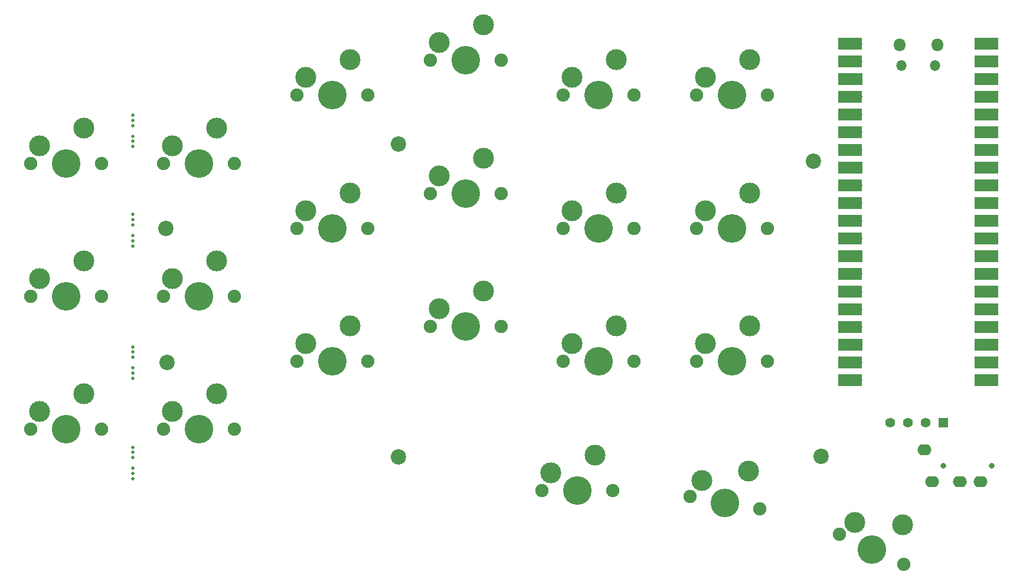
<source format=gts>
%TF.GenerationSoftware,KiCad,Pcbnew,6.0.2+dfsg-1*%
%TF.CreationDate,2023-08-25T19:24:43+02:00*%
%TF.ProjectId,max,6d61782e-6b69-4636-9164-5f7063625858,rev1.0*%
%TF.SameCoordinates,Original*%
%TF.FileFunction,Soldermask,Top*%
%TF.FilePolarity,Negative*%
%FSLAX46Y46*%
G04 Gerber Fmt 4.6, Leading zero omitted, Abs format (unit mm)*
G04 Created by KiCad (PCBNEW 6.0.2+dfsg-1) date 2023-08-25 19:24:43*
%MOMM*%
%LPD*%
G01*
G04 APERTURE LIST*
%ADD10C,1.900000*%
%ADD11C,3.000000*%
%ADD12C,4.100000*%
%ADD13C,0.500000*%
%ADD14C,2.200000*%
%ADD15O,1.500000X1.500000*%
%ADD16O,1.800000X1.800000*%
%ADD17R,3.500000X1.700000*%
%ADD18O,1.700000X1.700000*%
%ADD19R,1.700000X1.700000*%
%ADD20C,0.800000*%
%ADD21O,2.000000X1.600000*%
%ADD22C,1.397000*%
%ADD23R,1.397000X1.397000*%
G04 APERTURE END LIST*
D10*
%TO.C,K25*%
X158888240Y-94000000D03*
D11*
X160158240Y-91460000D03*
D10*
X169048240Y-94000000D03*
D12*
X163968240Y-94000000D03*
D11*
X166508240Y-88920000D03*
%TD*%
D13*
%TO.C,MB4*%
X78033884Y-72958035D03*
X78033884Y-76708035D03*
X78033884Y-77458035D03*
X78033884Y-75958035D03*
X78033884Y-73708035D03*
X78033884Y-74458035D03*
%TD*%
D12*
%TO.C,K24*%
X144800389Y-94000000D03*
D10*
X149880389Y-94000000D03*
D11*
X147340389Y-88920000D03*
X140990389Y-91460000D03*
D10*
X139720389Y-94000000D03*
%TD*%
D12*
%TO.C,K13*%
X125754008Y-69953317D03*
D10*
X130834008Y-69953317D03*
X120674008Y-69953317D03*
D11*
X121944008Y-67413317D03*
X128294008Y-64873317D03*
%TD*%
D10*
%TO.C,K2*%
X92642966Y-65604957D03*
D11*
X90102966Y-60524957D03*
D12*
X87562966Y-65604957D03*
D11*
X83752966Y-63064957D03*
D10*
X82482966Y-65604957D03*
%TD*%
D11*
%TO.C,K21*%
X90102966Y-98624957D03*
D10*
X92642966Y-103704957D03*
X82482966Y-103704957D03*
D12*
X87562966Y-103704957D03*
D11*
X83752966Y-101164957D03*
%TD*%
D10*
%TO.C,K10*%
X73592966Y-84654957D03*
D12*
X68512966Y-84654957D03*
D11*
X64702966Y-82114957D03*
D10*
X63432966Y-84654957D03*
D11*
X71052966Y-79574957D03*
%TD*%
D14*
%TO.C,H4*%
X116111269Y-107714113D03*
%TD*%
D15*
%TO.C,U2*%
X188278200Y-51625000D03*
X193128200Y-51625000D03*
D16*
X193428200Y-48595000D03*
X187978200Y-48595000D03*
D17*
X180913200Y-48465000D03*
D18*
X181813200Y-48465000D03*
X181813200Y-51005000D03*
D17*
X180913200Y-51005000D03*
D19*
X181813200Y-53545000D03*
D17*
X180913200Y-53545000D03*
X180913200Y-56085000D03*
D18*
X181813200Y-56085000D03*
D17*
X180913200Y-58625000D03*
D18*
X181813200Y-58625000D03*
X181813200Y-61165000D03*
D17*
X180913200Y-61165000D03*
X180913200Y-63705000D03*
D18*
X181813200Y-63705000D03*
D17*
X180913200Y-66245000D03*
D19*
X181813200Y-66245000D03*
D17*
X180913200Y-68785000D03*
D18*
X181813200Y-68785000D03*
D17*
X180913200Y-71325000D03*
D18*
X181813200Y-71325000D03*
X181813200Y-73865000D03*
D17*
X180913200Y-73865000D03*
D18*
X181813200Y-76405000D03*
D17*
X180913200Y-76405000D03*
X180913200Y-78945000D03*
D19*
X181813200Y-78945000D03*
D18*
X181813200Y-81485000D03*
D17*
X180913200Y-81485000D03*
X180913200Y-84025000D03*
D18*
X181813200Y-84025000D03*
D17*
X180913200Y-86565000D03*
D18*
X181813200Y-86565000D03*
D17*
X180913200Y-89105000D03*
D18*
X181813200Y-89105000D03*
D19*
X181813200Y-91645000D03*
D17*
X180913200Y-91645000D03*
X180913200Y-94185000D03*
D18*
X181813200Y-94185000D03*
X181813200Y-96725000D03*
D17*
X180913200Y-96725000D03*
D18*
X199593200Y-96725000D03*
D17*
X200493200Y-96725000D03*
D18*
X199593200Y-94185000D03*
D17*
X200493200Y-94185000D03*
X200493200Y-91645000D03*
D19*
X199593200Y-91645000D03*
D18*
X199593200Y-89105000D03*
D17*
X200493200Y-89105000D03*
X200493200Y-86565000D03*
D18*
X199593200Y-86565000D03*
X199593200Y-84025000D03*
D17*
X200493200Y-84025000D03*
X200493200Y-81485000D03*
D18*
X199593200Y-81485000D03*
D17*
X200493200Y-78945000D03*
D19*
X199593200Y-78945000D03*
D18*
X199593200Y-76405000D03*
D17*
X200493200Y-76405000D03*
D18*
X199593200Y-73865000D03*
D17*
X200493200Y-73865000D03*
D18*
X199593200Y-71325000D03*
D17*
X200493200Y-71325000D03*
D18*
X199593200Y-68785000D03*
D17*
X200493200Y-68785000D03*
X200493200Y-66245000D03*
D19*
X199593200Y-66245000D03*
D18*
X199593200Y-63705000D03*
D17*
X200493200Y-63705000D03*
X200493200Y-61165000D03*
D18*
X199593200Y-61165000D03*
D17*
X200493200Y-58625000D03*
D18*
X199593200Y-58625000D03*
X199593200Y-56085000D03*
D17*
X200493200Y-56085000D03*
X200493200Y-53545000D03*
D19*
X199593200Y-53545000D03*
D18*
X199593200Y-51005000D03*
D17*
X200493200Y-51005000D03*
D18*
X199593200Y-48465000D03*
D17*
X200493200Y-48465000D03*
%TD*%
D10*
%TO.C,K04*%
X149880389Y-55788342D03*
X139720389Y-55788342D03*
D11*
X140990389Y-53248342D03*
X147340389Y-50708342D03*
D12*
X144800389Y-55788342D03*
%TD*%
D11*
%TO.C,K22*%
X102870000Y-91460000D03*
D10*
X101600000Y-94000000D03*
D12*
X106680000Y-94000000D03*
D11*
X109220000Y-88920000D03*
D10*
X111760000Y-94000000D03*
%TD*%
D14*
%TO.C,H2*%
X175626776Y-65306446D03*
%TD*%
D11*
%TO.C,K30*%
X144350733Y-107455102D03*
X138000733Y-109995102D03*
D10*
X146890733Y-112535102D03*
D12*
X141810733Y-112535102D03*
D10*
X136730733Y-112535102D03*
%TD*%
D14*
%TO.C,H4*%
X82980496Y-94174530D03*
%TD*%
D11*
%TO.C,K00*%
X64702966Y-63064957D03*
D12*
X68512966Y-65604957D03*
D11*
X71052966Y-60524957D03*
D10*
X73592966Y-65604957D03*
X63432966Y-65604957D03*
%TD*%
%TO.C,K03*%
X130834008Y-50788342D03*
D12*
X125754008Y-50788342D03*
D10*
X120674008Y-50788342D03*
D11*
X121944008Y-48248342D03*
X128294008Y-45708342D03*
%TD*%
%TO.C,K02*%
X102870000Y-53248342D03*
D10*
X111760000Y-55788342D03*
X101600000Y-55788342D03*
D12*
X106680000Y-55788342D03*
D11*
X109220000Y-50708342D03*
%TD*%
D10*
%TO.C,K12*%
X111760000Y-74953317D03*
X101600000Y-74953317D03*
D12*
X106680000Y-74953317D03*
D11*
X109220000Y-69873317D03*
X102870000Y-72413317D03*
%TD*%
D13*
%TO.C,MB3*%
X78076702Y-107078812D03*
X78076702Y-109328812D03*
X78076702Y-107828812D03*
X78076702Y-110078812D03*
X78076702Y-106328812D03*
X78076702Y-110828812D03*
%TD*%
D11*
%TO.C,K14*%
X140990389Y-72413317D03*
X147340389Y-69873317D03*
D10*
X139720389Y-74953317D03*
X149880389Y-74953317D03*
D12*
X144800389Y-74953317D03*
%TD*%
%TO.C,K20*%
X68512966Y-103704957D03*
D10*
X63432966Y-103704957D03*
D11*
X64702966Y-101164957D03*
D10*
X73592966Y-103704957D03*
D11*
X71052966Y-98624957D03*
%TD*%
D14*
%TO.C,H4*%
X82763682Y-74980397D03*
%TD*%
%TO.C,H1*%
X116111269Y-62856172D03*
%TD*%
D20*
%TO.C,J1*%
X201250000Y-109000000D03*
X194250000Y-109000000D03*
D21*
X191550000Y-106700000D03*
X192650000Y-111300000D03*
X196650000Y-111300000D03*
X199650000Y-111300000D03*
%TD*%
D22*
%TO.C,J2*%
X186689999Y-102819602D03*
X189229999Y-102819602D03*
X191769999Y-102819602D03*
D23*
X194309999Y-102819602D03*
%TD*%
D10*
%TO.C,K11*%
X92642966Y-84654957D03*
D11*
X90102966Y-79574957D03*
D12*
X87562966Y-84654957D03*
D10*
X82482966Y-84654957D03*
D11*
X83752966Y-82114957D03*
%TD*%
%TO.C,K15*%
X166508240Y-69873317D03*
D10*
X158888240Y-74953317D03*
D11*
X160158240Y-72413317D03*
D10*
X169048240Y-74953317D03*
D12*
X163968240Y-74953317D03*
%TD*%
D14*
%TO.C,H3*%
X176800000Y-107600000D03*
%TD*%
D12*
%TO.C,K32*%
X184000000Y-121000000D03*
D10*
X188604044Y-123146901D03*
X179395956Y-118853099D03*
D11*
X188448923Y-117469407D03*
X181620418Y-117087803D03*
%TD*%
D10*
%TO.C,K23*%
X130834008Y-89000000D03*
D11*
X121944008Y-86460000D03*
D10*
X120674008Y-89000000D03*
D11*
X128294008Y-83920000D03*
D12*
X125754008Y-89000000D03*
%TD*%
D13*
%TO.C,MB4*%
X78076225Y-95682377D03*
X78076225Y-92682377D03*
X78076225Y-93432377D03*
X78076225Y-94932377D03*
X78076225Y-96432377D03*
X78076225Y-91932377D03*
%TD*%
D10*
%TO.C,K05*%
X158888240Y-55788342D03*
X169048240Y-55788342D03*
D11*
X160158240Y-53248342D03*
D12*
X163968240Y-55788342D03*
D11*
X166508240Y-50708342D03*
%TD*%
D13*
%TO.C,MB4*%
X78024854Y-63210000D03*
X78024854Y-58710000D03*
X78024854Y-59460000D03*
X78024854Y-62460000D03*
X78024854Y-60210000D03*
X78024854Y-61710000D03*
%TD*%
D11*
%TO.C,K31*%
X166344421Y-109745928D03*
X159649826Y-111144674D03*
D10*
X157958054Y-113425552D03*
D12*
X162960877Y-114307685D03*
D10*
X167963700Y-115189818D03*
%TD*%
M02*

</source>
